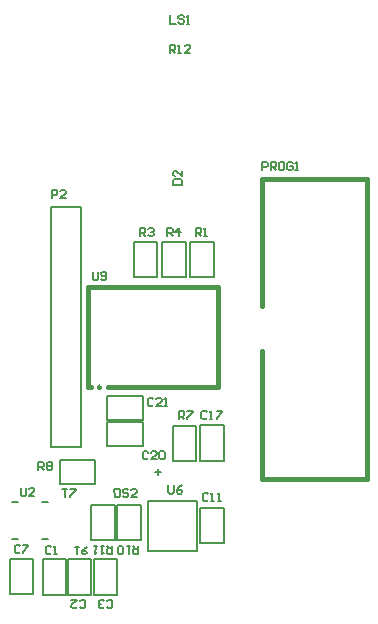
<source format=gto>
G04*
G04 #@! TF.GenerationSoftware,Altium Limited,Altium Designer,22.7.1 (60)*
G04*
G04 Layer_Color=65535*
%FSLAX44Y44*%
%MOMM*%
G71*
G04*
G04 #@! TF.SameCoordinates,8A5828DB-0F62-4D68-8539-0FC61A56A6C0*
G04*
G04*
G04 #@! TF.FilePolarity,Positive*
G04*
G01*
G75*
%ADD10C,0.2500*%
%ADD11C,0.2000*%
%ADD12C,0.3810*%
%ADD13C,0.1270*%
%ADD14C,0.1500*%
D10*
X293250Y239500D02*
G03*
X293250Y239500I-1250J0D01*
G01*
D11*
X333250Y100750D02*
X374750D01*
Y143500D01*
X333250D02*
X374750D01*
X333250Y100750D02*
Y143500D01*
X341510Y165460D02*
Y170460D01*
X339050Y168000D02*
X344050D01*
X251300Y188900D02*
Y392100D01*
Y188900D02*
X276700D01*
Y392100D01*
X251300D02*
X276700D01*
D12*
X429850Y308250D02*
Y416200D01*
Y162200D02*
Y270150D01*
Y416200D02*
X518750D01*
X429850Y162200D02*
X518750D01*
Y416200D01*
X392000Y239500D02*
Y324500D01*
X282000D02*
X392000D01*
X299500Y239500D02*
X392000D01*
X284500Y239500D02*
X284500Y239500D01*
X282000D02*
Y324500D01*
X282000Y239500D02*
X282000Y239500D01*
X282000Y239500D02*
X284500D01*
D13*
X258500Y158000D02*
X288500D01*
X258500D02*
Y178000D01*
X288500D01*
Y158000D02*
Y178000D01*
X345000Y333000D02*
X365000D01*
Y363000D01*
X345000D02*
X365000D01*
X345000Y333000D02*
Y363000D01*
X369000Y333000D02*
X389000D01*
Y363000D01*
X369000D02*
X389000D01*
X369000Y333000D02*
Y363000D01*
X242900Y111500D02*
X248500D01*
X217500D02*
X223100D01*
X242900Y142500D02*
X248500D01*
X217500D02*
X223100D01*
X298500Y232000D02*
X328500D01*
Y212000D02*
Y232000D01*
X298500Y212000D02*
X328500D01*
X298500D02*
Y232000D01*
Y210000D02*
X328500D01*
Y190000D02*
Y210000D01*
X298500Y190000D02*
X328500D01*
X298500D02*
Y210000D01*
X397000Y107500D02*
Y137500D01*
X377000Y107500D02*
X397000D01*
X377000D02*
Y137500D01*
X397000D01*
X287000Y64000D02*
Y94000D01*
X307000D01*
Y64000D02*
Y94000D01*
X287000Y64000D02*
X307000D01*
X265000D02*
Y94000D01*
X285000D01*
Y64000D02*
Y94000D01*
X265000Y64000D02*
X285000D01*
X264000D02*
Y94000D01*
X244000Y64000D02*
X264000D01*
X244000D02*
Y94000D01*
X264000D01*
X236000Y64500D02*
Y94500D01*
X216000Y64500D02*
X236000D01*
X216000D02*
Y94500D01*
X236000D01*
X307000Y140000D02*
X327000D01*
X307000Y110000D02*
Y140000D01*
Y110000D02*
X327000D01*
Y140000D01*
X285000D02*
X305000D01*
X285000Y110000D02*
Y140000D01*
Y110000D02*
X305000D01*
Y140000D01*
X397000Y177500D02*
Y207500D01*
X377000Y177500D02*
X397000D01*
X377000D02*
Y207500D01*
X397000D01*
X354000Y177000D02*
X374000D01*
Y207000D01*
X354000D02*
X374000D01*
X354000Y177000D02*
Y207000D01*
X321000Y333000D02*
X341000D01*
Y363000D01*
X321000D02*
X341000D01*
X321000Y333000D02*
Y363000D01*
D14*
X304645Y153431D02*
X304695Y146433D01*
X308194Y146459D01*
X309352Y147634D01*
X309318Y152299D01*
X308143Y153456D01*
X304645Y153431D01*
X316316Y152350D02*
X315141Y153507D01*
X312808Y153490D01*
X311651Y152316D01*
X311659Y151149D01*
X312834Y149992D01*
X315166Y150008D01*
X316341Y148851D01*
X316350Y147684D01*
X315192Y146510D01*
X312859Y146493D01*
X311684Y147651D01*
X323355Y146569D02*
X318690Y146535D01*
X323322Y151234D01*
X323313Y152400D01*
X322138Y153558D01*
X319806Y153541D01*
X318648Y152366D01*
X286168Y337499D02*
Y331667D01*
X287335Y330501D01*
X289667D01*
X290834Y331667D01*
Y337499D01*
X293166Y331667D02*
X294333Y330501D01*
X296665D01*
X297831Y331667D01*
Y336333D01*
X296665Y337499D01*
X294333D01*
X293166Y336333D01*
Y335166D01*
X294333Y334000D01*
X297831D01*
X350168Y156499D02*
Y150667D01*
X351335Y149501D01*
X353667D01*
X354834Y150667D01*
Y156499D01*
X361832D02*
X359499Y155333D01*
X357166Y153000D01*
Y150667D01*
X358333Y149501D01*
X360665D01*
X361832Y150667D01*
Y151834D01*
X360665Y153000D01*
X357166D01*
X225168Y154499D02*
Y148667D01*
X226335Y147501D01*
X228667D01*
X229834Y148667D01*
Y154499D01*
X236831Y147501D02*
X232166D01*
X236831Y152166D01*
Y153333D01*
X235665Y154499D01*
X233333D01*
X232166Y153333D01*
X260168Y153499D02*
X264834D01*
X262501D01*
Y146501D01*
X267166Y153499D02*
X271831D01*
Y152333D01*
X267166Y147667D01*
Y146501D01*
X271002Y103999D02*
X275000D01*
X273001D01*
Y98001D01*
X280998Y103999D02*
X278999Y102999D01*
X277000Y101000D01*
Y99001D01*
X277999Y98001D01*
X279999D01*
X280998Y99001D01*
Y100000D01*
X279999Y101000D01*
X277000D01*
X351253Y522501D02*
Y529499D01*
X354752D01*
X355918Y528333D01*
Y526000D01*
X354752Y524834D01*
X351253D01*
X353585D02*
X355918Y522501D01*
X358251D02*
X360583D01*
X359417D01*
Y529499D01*
X358251Y528333D01*
X368747Y522501D02*
X364082D01*
X368747Y527166D01*
Y528333D01*
X367581Y529499D01*
X365248D01*
X364082Y528333D01*
X302607Y105441D02*
X302554Y98443D01*
X299055Y98470D01*
X297898Y99645D01*
X297916Y101978D01*
X299091Y103135D01*
X302590Y103108D01*
X300257Y103126D02*
X297943Y105476D01*
X295610Y105494D02*
X293277Y105512D01*
X294444Y105503D01*
X294390Y98506D01*
X295565Y99663D01*
X289779Y105539D02*
X287446Y105557D01*
X288612Y105548D01*
X288559Y98550D01*
X289734Y99708D01*
X324747Y104999D02*
Y98001D01*
X321248D01*
X320082Y99167D01*
Y101500D01*
X321248Y102666D01*
X324747D01*
X322415D02*
X320082Y104999D01*
X317749D02*
X315417D01*
X316583D01*
Y98001D01*
X317749Y99167D01*
X311918D02*
X310752Y98001D01*
X308419D01*
X307253Y99167D01*
Y103833D01*
X308419Y104999D01*
X310752D01*
X311918Y103833D01*
Y99167D01*
X240168Y169501D02*
Y176499D01*
X243667D01*
X244834Y175333D01*
Y173000D01*
X243667Y171834D01*
X240168D01*
X242501D02*
X244834Y169501D01*
X247166Y175333D02*
X248333Y176499D01*
X250665D01*
X251831Y175333D01*
Y174166D01*
X250665Y173000D01*
X251831Y171834D01*
Y170667D01*
X250665Y169501D01*
X248333D01*
X247166Y170667D01*
Y171834D01*
X248333Y173000D01*
X247166Y174166D01*
Y175333D01*
X248333Y173000D02*
X250665D01*
X359169Y212501D02*
Y219499D01*
X362667D01*
X363834Y218333D01*
Y216000D01*
X362667Y214834D01*
X359169D01*
X361501D02*
X363834Y212501D01*
X366166Y219499D02*
X370831D01*
Y218333D01*
X366166Y213667D01*
Y212501D01*
X349169Y367501D02*
Y374499D01*
X352667D01*
X353834Y373333D01*
Y371000D01*
X352667Y369834D01*
X349169D01*
X351501D02*
X353834Y367501D01*
X359665D02*
Y374499D01*
X356166Y371000D01*
X360831D01*
X326169Y367501D02*
Y374499D01*
X329667D01*
X330834Y373333D01*
Y371000D01*
X329667Y369834D01*
X326169D01*
X328501D02*
X330834Y367501D01*
X333166Y373333D02*
X334333Y374499D01*
X336665D01*
X337831Y373333D01*
Y372166D01*
X336665Y371000D01*
X335499D01*
X336665D01*
X337831Y369834D01*
Y368667D01*
X336665Y367501D01*
X334333D01*
X333166Y368667D01*
X373335Y367501D02*
Y374499D01*
X376834D01*
X378000Y373333D01*
Y371000D01*
X376834Y369834D01*
X373335D01*
X375667D02*
X378000Y367501D01*
X380333D02*
X382665D01*
X381499D01*
Y374499D01*
X380333Y373333D01*
X429838Y423501D02*
Y430499D01*
X433337D01*
X434503Y429333D01*
Y427000D01*
X433337Y425834D01*
X429838D01*
X436836Y423501D02*
Y430499D01*
X440335D01*
X441501Y429333D01*
Y427000D01*
X440335Y425834D01*
X436836D01*
X439169D02*
X441501Y423501D01*
X447333Y430499D02*
X445000D01*
X443834Y429333D01*
Y424667D01*
X445000Y423501D01*
X447333D01*
X448499Y424667D01*
Y429333D01*
X447333Y430499D01*
X455497Y429333D02*
X454330Y430499D01*
X451998D01*
X450831Y429333D01*
Y424667D01*
X451998Y423501D01*
X454330D01*
X455497Y424667D01*
Y427000D01*
X453164D01*
X457829Y423501D02*
X460162D01*
X458996D01*
Y430499D01*
X457829Y429333D01*
X251714Y399796D02*
Y406794D01*
X255213D01*
X256379Y405628D01*
Y403295D01*
X255213Y402129D01*
X251714D01*
X263377Y399796D02*
X258712D01*
X263377Y404461D01*
Y405628D01*
X262211Y406794D01*
X259878D01*
X258712Y405628D01*
X351836Y554499D02*
Y547501D01*
X356501D01*
X363499Y553333D02*
X362333Y554499D01*
X360000D01*
X358834Y553333D01*
Y552166D01*
X360000Y551000D01*
X362333D01*
X363499Y549834D01*
Y548667D01*
X362333Y547501D01*
X360000D01*
X358834Y548667D01*
X365831Y547501D02*
X368164D01*
X366998D01*
Y554499D01*
X365831Y553333D01*
X354501Y411169D02*
X361499D01*
Y414667D01*
X360333Y415834D01*
X355667D01*
X354501Y414667D01*
Y411169D01*
X361499Y422831D02*
Y418166D01*
X356834Y422831D01*
X355667D01*
X354501Y421665D01*
Y419333D01*
X355667Y418166D01*
X337512Y229348D02*
X336351Y230520D01*
X334018Y230530D01*
X332847Y229369D01*
X332826Y224704D01*
X333987Y223533D01*
X336319Y223522D01*
X337491Y224683D01*
X344483Y223485D02*
X339818Y223506D01*
X344504Y228151D01*
X344509Y229317D01*
X343348Y230488D01*
X341016Y230499D01*
X339844Y229338D01*
X346816Y223475D02*
X349148Y223464D01*
X347982Y223470D01*
X348013Y230467D01*
X346842Y229306D01*
X333318Y184299D02*
X332143Y185456D01*
X329811Y185439D01*
X328653Y184265D01*
X328687Y179600D01*
X329862Y178442D01*
X332194Y178459D01*
X333352Y179634D01*
X340358Y178518D02*
X335693Y178484D01*
X340324Y183183D01*
X340316Y184349D01*
X339141Y185507D01*
X336808Y185490D01*
X335651Y184316D01*
X342648Y184366D02*
X343806Y185541D01*
X346138Y185558D01*
X347313Y184400D01*
X347347Y179735D01*
X346189Y178561D01*
X343857Y178544D01*
X342682Y179701D01*
X342648Y184366D01*
X382918Y218333D02*
X381752Y219499D01*
X379419D01*
X378253Y218333D01*
Y213667D01*
X379419Y212501D01*
X381752D01*
X382918Y213667D01*
X385251Y212501D02*
X387583D01*
X386417D01*
Y219499D01*
X385251Y218333D01*
X391082Y219499D02*
X395747D01*
Y218333D01*
X391082Y213667D01*
Y212501D01*
X384084Y148833D02*
X382918Y149999D01*
X380585D01*
X379419Y148833D01*
Y144167D01*
X380585Y143001D01*
X382918D01*
X384084Y144167D01*
X386417Y143001D02*
X388749D01*
X387583D01*
Y149999D01*
X386417Y148833D01*
X392248Y143001D02*
X394581D01*
X393415D01*
Y149999D01*
X392248Y148833D01*
X224834Y104833D02*
X223667Y105999D01*
X221335D01*
X220168Y104833D01*
Y100167D01*
X221335Y99001D01*
X223667D01*
X224834Y100167D01*
X227166Y105999D02*
X231831D01*
Y104833D01*
X227166Y100167D01*
Y99001D01*
X298166Y53667D02*
X299333Y52501D01*
X301665D01*
X302831Y53667D01*
Y58333D01*
X301665Y59499D01*
X299333D01*
X298166Y58333D01*
X295834Y53667D02*
X294667Y52501D01*
X292335D01*
X291168Y53667D01*
Y54834D01*
X292335Y56000D01*
X293501D01*
X292335D01*
X291168Y57166D01*
Y58333D01*
X292335Y59499D01*
X294667D01*
X295834Y58333D01*
X275166Y53667D02*
X276332Y52501D01*
X278665D01*
X279831Y53667D01*
Y58333D01*
X278665Y59499D01*
X276332D01*
X275166Y58333D01*
X268169Y59499D02*
X272834D01*
X268169Y54834D01*
Y53667D01*
X269335Y52501D01*
X271667D01*
X272834Y53667D01*
X251000Y104333D02*
X249834Y105499D01*
X247501D01*
X246335Y104333D01*
Y99667D01*
X247501Y98501D01*
X249834D01*
X251000Y99667D01*
X253333Y98501D02*
X255665D01*
X254499D01*
Y105499D01*
X253333Y104333D01*
M02*

</source>
